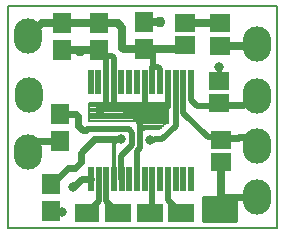
<source format=gbr>
%FSLAX45Y45*%
%MOMM*%
G04 EasyPC Gerber Version 9.0.5 Build 2314 *
%ADD98O,2.38000X3.00000*%
%ADD96O,2.40000X3.00000*%
%ADD114R,0.54000X2.00000*%
%ADD115R,1.70000X1.50000*%
%ADD116R,1.59700X1.72400*%
%ADD101R,2.09200X1.61600*%
%ADD102R,2.19200X1.61600*%
%ADD10C,0.20320*%
%ADD109C,0.25000*%
%ADD93C,0.25400*%
%ADD107C,0.30000*%
%ADD104C,0.32000*%
%ADD108C,0.34000*%
%ADD105C,0.38100*%
%ADD117C,0.50000*%
%ADD119C,0.52000*%
%ADD118C,0.60000*%
%ADD106C,0.63500*%
%ADD95C,0.82000*%
%ADD100C,0.92000*%
X0Y0D02*
D02*
D10*
X10160Y117120D02*
X2289390D01*
Y1994340*
X10160*
Y117120*
X692940Y1026860D02*
X1364980D01*
Y1172960*
X692940*
Y1026860*
X1364980*
X692940Y1047130D02*
X1364980D01*
X692940Y1067400D02*
X1364980D01*
X692940Y1087670D02*
X1364980D01*
X692940Y1107940D02*
X1364980D01*
X692940Y1128210D02*
X1364980D01*
X692940Y1148480D02*
X1364980D01*
X692940Y1168750D02*
X1364980D01*
X1006770Y1112730D02*
X1117720Y998610D01*
X1120890Y1115900*
X1006770Y1112730*
X1105300Y1011380D02*
X1118070D01*
X1085600Y1031650D02*
X1118610D01*
X1065890Y1051920D02*
X1119160D01*
X1046180Y1072190D02*
X1119710D01*
X1026480Y1092460D02*
X1120260D01*
X1006770Y1112730D02*
X1120800D01*
X1127340Y1026860D02*
Y922250D01*
X1168550Y953950*
X1292180*
X1365090Y1026860*
X1127340*
Y925510D02*
X1131580D01*
X1127340Y945780D02*
X1157930D01*
X1127340Y966050D02*
X1304280D01*
X1127340Y986320D02*
X1324550D01*
X1127340Y1006590D02*
X1344820D01*
X1133570Y1011010D02*
X1365090D01*
Y1125410*
X1133570*
Y1011010*
X1365090*
X1133570Y1031280D02*
X1365090D01*
X1133570Y1051550D02*
X1365090D01*
X1133570Y1071820D02*
X1365090D01*
X1133570Y1092090D02*
X1365090D01*
X1133570Y1112360D02*
X1365090D01*
D02*
D93*
X1663900Y177350D02*
X1937520D01*
Y384160*
X1663900*
Y177350*
X1937520*
X1663900Y202700D02*
X1937520D01*
X1663900Y228050D02*
X1937520D01*
X1663900Y253400D02*
X1937520D01*
X1663900Y278750D02*
X1937520D01*
X1663900Y304100D02*
X1937520D01*
X1663900Y329450D02*
X1937520D01*
X1663900Y354800D02*
X1937520D01*
X1663900Y380150D02*
X1937520D01*
D02*
D95*
X469810Y257360D03*
X561740Y463410D03*
X970610Y868160D03*
X1215280Y863800D03*
X1796920Y1480220D03*
X1812770Y281960D03*
D02*
D96*
X2115040Y384160D03*
Y812110D03*
Y1236890D03*
X2116150Y1675470D03*
D02*
D98*
X179280Y1742040D03*
X181340Y761390D03*
X191960Y1247520D03*
D02*
D100*
X617680Y1616530D03*
X788150Y1115620D03*
X1016390D03*
X1209760D03*
X1299230Y1863790D03*
D02*
D101*
X679030Y247850D03*
D02*
D102*
X942140Y244680D03*
X1208420D03*
X1471530D03*
D02*
D104*
X681030Y953950D02*
X674100Y947020D01*
X907800Y535560D02*
Y829830D01*
X946130Y868160*
X970610*
X971200Y535560D02*
X969550D01*
X1167710Y1124610D02*
X1200770D01*
X1209760Y1115620*
X1362750Y1146100D02*
X1345230Y1128580D01*
X1164540*
X1167710Y1127780*
Y1124610*
D02*
D105*
X464810Y1628980D02*
X605230D01*
X617680Y1616530*
X478780Y1084730D02*
X475030Y1080980D01*
X452840*
X782520Y1629030D02*
X630180D01*
X617680Y1616530*
X842810Y1568680D02*
X782520Y1628970D01*
Y1629030*
X859370Y1133340D02*
X998670D01*
X1016390Y1115620*
X859370Y1133340D02*
X805870D01*
X788150Y1115620*
X1129670Y1068350D02*
X1168440D01*
Y1115620*
X1209760*
X1231360Y267400D02*
X1208640Y244680D01*
X1208420*
X1785610Y1154470D02*
X1800210Y1169070D01*
Y1180290*
X1799380Y887380D02*
X1809720Y877040D01*
Y860120*
X1800210Y1364150D02*
Y1476930D01*
X1796920Y1480220*
X1816060Y384160D02*
X1809720Y390500D01*
D02*
D106*
X377880Y260350D02*
Y257360D01*
X469810*
X464810Y1628980D02*
X782470D01*
X782520Y1629030*
X464810Y1857580D02*
X294820D01*
X179280Y1742040*
X782520Y1857630D02*
X464860D01*
X464810Y1857580*
X1162920Y1632200D02*
X1475910D01*
X1507740Y1664030*
X1162920Y1632200D02*
X991920D01*
X979060Y1645060*
Y1816240*
X941020Y1854280*
X785870*
X782520Y1857630*
X1162920Y1860800D02*
X1296240D01*
X1299230Y1863790*
X1508450Y1857450D02*
X1662840D01*
Y1855280*
X1806490*
X1801010Y1662170D02*
X2102850D01*
X2116150Y1675470*
X1809720Y390500D02*
Y285010D01*
X1812770Y281960*
X1809720Y679430D02*
Y390500D01*
D02*
D107*
X842870Y1148330D02*
X859370Y1133340D01*
X860950Y1131750*
X905330*
X1110650*
X1129670Y1112730*
X906270Y1132690D02*
X905330Y1131750D01*
X1129670Y1068350D02*
Y1112730D01*
Y1131750*
X1235950Y1484610D02*
X1232780D01*
D02*
D108*
X842870Y1354640D02*
X842810D01*
X1231140Y532390D02*
X1231360D01*
D02*
D109*
X1129670Y1131750D02*
X1142350D01*
Y1124610*
X1167710*
X1169380Y1118270D02*
X1180390Y1124610D01*
X1167710*
D02*
D114*
X710770Y1353570D03*
X711260Y535560D03*
X775090Y1352900D03*
X777830Y535560D03*
X841230D03*
X842870Y1354640D03*
X906270D03*
X907800Y535560D03*
X969390Y1353570D03*
X971200Y535560D03*
X1033070Y1351470D03*
X1037770Y535560D03*
X1099640Y1351470D03*
X1101170Y532390D03*
X1167740D03*
X1169380Y1354640D03*
X1231140Y532390D03*
X1232780Y1354640D03*
X1299350D03*
X1300880Y532390D03*
X1362750Y1354640D03*
X1364280Y532390D03*
X1429320Y1354640D03*
X1430850Y532390D03*
X1492660Y1356250D03*
X1494250Y532390D03*
X1557650D03*
X1559290Y1354640D03*
D02*
D115*
X1507740Y1664030D03*
X1508450Y1857450D03*
X1800210Y1180290D03*
Y1364150D03*
X1801010Y1662170D03*
X1806490Y1855280D03*
X1809720Y679430D03*
Y860120D03*
D02*
D116*
X377880Y260350D03*
Y488950D03*
X452840Y852380D03*
Y1080980D03*
X464810Y1628980D03*
Y1857580D03*
X782520Y1629030D03*
Y1857630D03*
X1162920Y1632200D03*
Y1860800D03*
D02*
D117*
X777830Y535560D02*
Y346650D01*
X679030Y247850*
X841230Y535560D02*
Y345590D01*
X942140Y244680*
X842810Y1354640D02*
Y1568680D01*
X842870Y1354640D02*
Y1148330D01*
X906270Y1354640D02*
Y1556180D01*
X890300Y1572150*
X788680*
X782520Y1578310*
Y1629030*
X906270Y1354640D02*
Y1132690D01*
X1101170Y532390D02*
Y766430D01*
X1129670Y794930*
Y1068350*
X1169380Y1354640D02*
Y1118270D01*
X1231360Y532390D02*
Y267400D01*
X1232780Y1484610D02*
Y1354640D01*
X1235950Y1484610D02*
Y1632200D01*
X1162920*
X1299350Y1354640D02*
X1298060D01*
Y1466880*
X1280330Y1484610*
X1235950*
X1362750Y1354640D02*
Y1146100D01*
X1364280Y532390D02*
Y351930D01*
X1471530Y244680*
X1429320Y1354640D02*
Y982790D01*
X1317540Y871010*
X1253300*
X1246090Y863800*
X1215280*
X1492660Y1356250D02*
Y1095830D01*
X1701110Y887380*
X1799380*
X1559290Y1354640D02*
Y1203270D01*
X1608090Y1154470*
X1785610*
D02*
D118*
X452840Y852380D02*
X272330D01*
X181340Y761390*
X674100Y947020D02*
X645560D01*
X606120Y986460*
Y1065710*
X587100Y1084730*
X478780*
X711260Y535560D02*
X633890D01*
X561740Y463410*
X970610Y868160D02*
X742180D01*
X628310Y754290*
Y681380*
X577590Y630660*
X517360*
X446500Y559800*
Y557570*
X377880Y488950*
X1809720Y860120D02*
Y884600D01*
X1954660*
X1961880Y891820*
X2032500*
X2112210Y812110*
X2115040*
Y384160D02*
X1816060D01*
X2115040Y1236890D02*
X2072710D01*
X1999800Y1163980*
X1829960*
X1813650Y1180290*
X1800210*
D02*
D119*
X969550Y535560D02*
Y726990D01*
X1061850Y819290*
Y925420*
X1033320Y953950*
X681030*
X0Y0D02*
M02*

</source>
